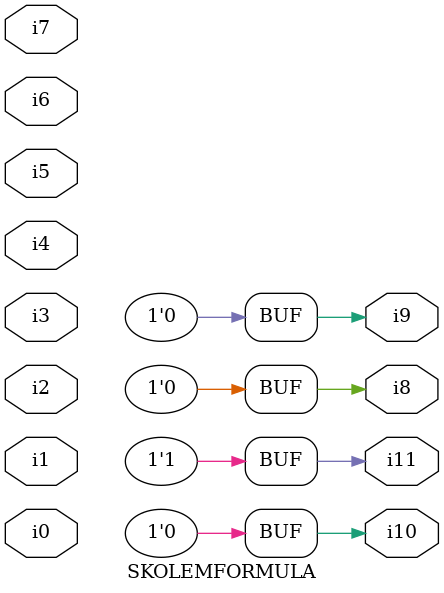
<source format=v>

module SKOLEMFORMULA ( 
    i0, i1, i2, i3, i4, i5, i6, i7,
    i8, i9, i10, i11  );
  input  i0, i1, i2, i3, i4, i5, i6, i7;
  output i8, i9, i10, i11;
  assign i8 = 1'b0;
  assign i9 = 1'b0;
  assign i10 = 1'b0;
  assign i11 = 1'b1;
endmodule



</source>
